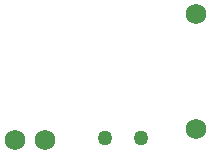
<source format=gbs>
G04 (created by PCBNEW (2013-03-04 BZR 3984)-stable) date 5/30/2013 11:29:51 AM*
%MOIN*%
G04 Gerber Fmt 3.4, Leading zero omitted, Abs format*
%FSLAX34Y34*%
G01*
G70*
G90*
G04 APERTURE LIST*
%ADD10C,0.006*%
%ADD11C,0.0688976*%
%ADD12C,0.05*%
G04 APERTURE END LIST*
G54D10*
G54D11*
X29330Y-18464D03*
X29330Y-22322D03*
X23307Y-22677D03*
X24291Y-22677D03*
G54D12*
X27480Y-22598D03*
X26299Y-22598D03*
M02*

</source>
